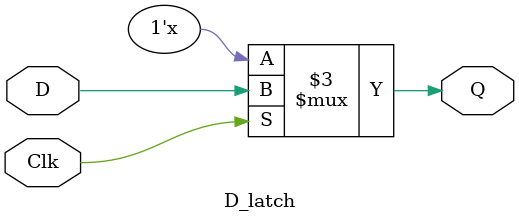
<source format=v>
module D_latch (D, Clk, Q);
	input D, Clk;
	output reg Q;
	
	always @(D, Clk)
		if (Clk)
			Q = D;
				
endmodule

</source>
